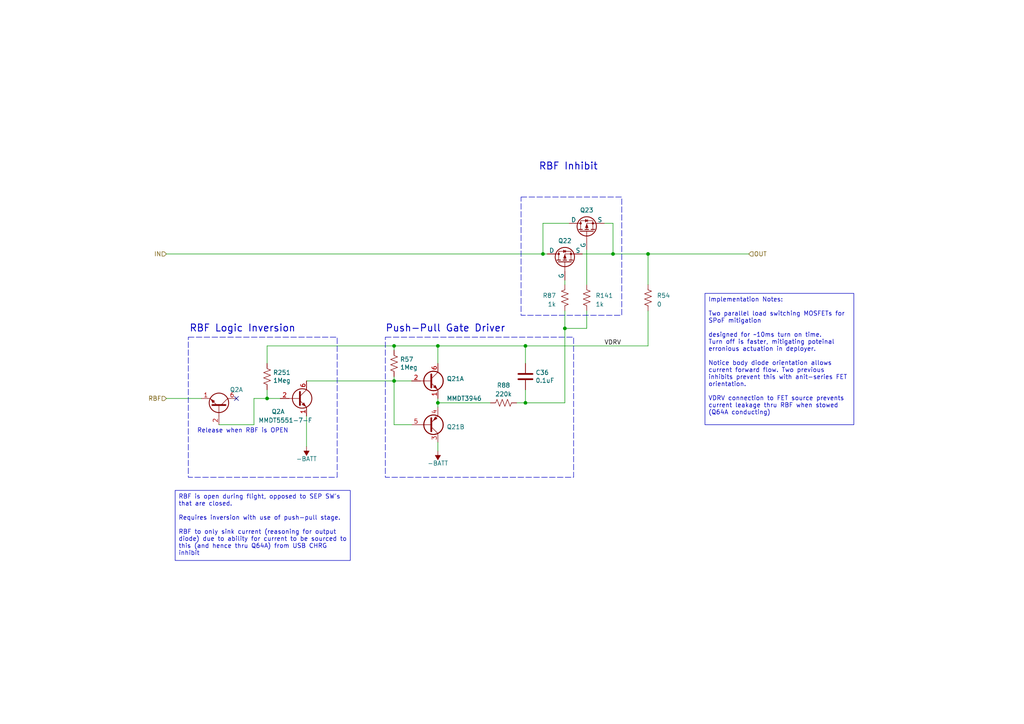
<source format=kicad_sch>
(kicad_sch (version 20230121) (generator eeschema)
  (paper "A4")
  (lib_symbols
    (symbol "Device:C" (pin_numbers hide) (pin_names (offset 0.254))
      (property "Reference" "C" (at 0.635 2.54 0))
      (property "Value" "C" (at 0.635 -2.54 0))
      (symbol "C_0_1"
        (polyline (pts (xy -2.032 -0.762) (xy 2.032 -0.762)) (stroke (width 0.508)))
        (polyline (pts (xy -2.032 0.762) (xy 2.032 0.762)) (stroke (width 0.508)))
      )
      (symbol "C_1_1"
        (pin passive line (at 0 3.81 270) (length 2.794) (name "~") (number "1"))
        (pin passive line (at 0 -3.81 90) (length 2.794) (name "~") (number "2"))
      )
    )
    (symbol "Device:R_US" (pin_numbers hide) (pin_names (offset 0))
      (property "Reference" "R" (at 2.54 0 90))
      (property "Value" "R_US" (at -2.54 0 90))
      (symbol "R_US_0_1"
        (polyline (pts (xy 0 -2.286) (xy 0 -2.54)))
        (polyline (pts (xy 0 2.286) (xy 0 2.54)))
        (polyline (pts (xy 0 -0.762) (xy 1.016 -1.143) (xy 0 -1.524) (xy -1.016 -1.905) (xy 0 -2.286)))
        (polyline (pts (xy 0 0.762) (xy 1.016 0.381) (xy 0 0) (xy -1.016 -0.381) (xy 0 -0.762)))
        (polyline (pts (xy 0 2.286) (xy 1.016 1.905) (xy 0 1.524) (xy -1.016 1.143) (xy 0 0.762)))
      )
      (symbol "R_US_1_1"
        (pin passive line (at 0 3.81 270) (length 1.27) (name "~") (number "1"))
        (pin passive line (at 0 -3.81 90) (length 1.27) (name "~") (number "2"))
      )
    )
    (symbol "SierraLobo:BSZ086" (pin_numbers hide) (pin_names (offset 0))
      (property "Reference" "Q" (at 3.556 0 0))
      (property "Value" "BSZ180P03NS3GATMA1" (at 13.716 -2.032 0))
      (symbol "BSZ086_0_1"
        (circle (center -0.889 0) (radius 2.794) (stroke (width 0.254)))
        (circle (center 0 -1.778) (radius 0.254) (fill (type outline)))
        (polyline (pts (xy -2.286 0) (xy -5.08 0)))
        (polyline (pts (xy -2.286 1.905) (xy -2.286 -1.905)) (stroke (width 0.254)))
        (polyline (pts (xy -1.778 -1.27) (xy -1.778 -2.286)) (stroke (width 0.254)))
        (polyline (pts (xy -1.778 0.508) (xy -1.778 -0.508)) (stroke (width 0.254)))
        (polyline (pts (xy -1.778 2.286) (xy -1.778 1.27)) (stroke (width 0.254)))
        (polyline (pts (xy 0 2.54) (xy 0 1.778)))
        (polyline (pts (xy 0 -2.54) (xy 0 0) (xy -1.778 0)))
        (polyline (pts (xy -1.778 -1.778) (xy 0.762 -1.778) (xy 0.762 1.778) (xy -1.778 1.778)))
        (polyline (pts (xy -0.254 0) (xy -1.27 -0.381) (xy -1.27 0.381) (xy -0.254 0)) (fill (type outline)))
        (polyline (pts (xy 1.143 -0.254) (xy 1.143 -0.254) (xy 0.381 -0.254) (xy 0.381 -0.254)))
        (circle (center 0 1.778) (radius 0.254) (fill (type outline)))
      )
      (symbol "BSZ086_1_1"
        (polyline (pts (xy 0.762 -0.254) (xy 1.143 0.381) (xy 0.381 0.381) (xy 0.762 -0.254)) (fill (type outline)))
        (pin passive line (at 0 -5.08 90) (length 2.54) (name "S") (number "1"))
        (pin input line (at -7.62 0 0) (length 2.54) (name "G") (number "4"))
        (pin passive line (at 0 5.08 270) (length 2.54) (name "D") (number "5"))
      )
    )
    (symbol "Transistor_BJT:MMDT3946" (pin_names (offset 0) hide)
      (property "Reference" "Q" (at 5.08 1.27 0))
      (property "Value" "MMDT3946" (at 5.08 -1.27 0))
      (symbol "MMDT3946_0_1"
        (polyline (pts (xy 0.635 0) (xy -2.54 0)))
        (circle (center 1.27 0) (radius 2.8194) (stroke (width 0.254)))
        (circle (center 1.27 0) (radius 2.8194) (stroke (width 0.254)))
      )
      (symbol "MMDT3946_1_1"
        (polyline (pts (xy 0.635 0.635) (xy 2.54 2.54)))
        (polyline (pts (xy 0.635 -0.635) (xy 2.54 -2.54) (xy 2.54 -2.54)))
        (polyline (pts (xy 0.635 1.905) (xy 0.635 -1.905) (xy 0.635 -1.905)) (stroke (width 0.508)))
        (polyline (pts (xy 1.27 -1.778) (xy 1.778 -1.27) (xy 2.286 -2.286) (xy 1.27 -1.778) (xy 1.27 -1.778)) (fill (type outline)))
        (pin passive line (at 2.54 -5.08 90) (length 2.54) (name "E1") (number "1"))
        (pin input line (at -5.08 0 0) (length 2.54) (name "B1") (number "2"))
        (pin passive line (at 2.54 5.08 270) (length 2.54) (name "C1") (number "6"))
      )
      (symbol "MMDT3946_2_1"
        (polyline (pts (xy 0.635 0.635) (xy 2.54 2.54)))
        (polyline (pts (xy 0.635 -0.635) (xy 2.54 -2.54) (xy 2.54 -2.54)))
        (polyline (pts (xy 0.635 1.905) (xy 0.635 -1.905) (xy 0.635 -1.905)) (stroke (width 0.508)))
        (polyline (pts (xy 2.286 -1.778) (xy 1.778 -2.286) (xy 1.27 -1.27) (xy 2.286 -1.778) (xy 2.286 -1.778)) (fill (type outline)))
        (pin passive line (at 2.54 5.08 270) (length 2.54) (name "C2") (number "3"))
        (pin passive line (at 2.54 -5.08 90) (length 2.54) (name "E2") (number "4"))
        (pin input line (at -5.08 0 0) (length 2.54) (name "B2") (number "5"))
      )
    )
    (symbol "Transistor_BJT:MMDT5551" (pin_names (offset 0) hide)
      (property "Reference" "Q" (at 5.08 1.27 0))
      (property "Value" "MMDT5551" (at 5.08 -1.27 0))
      (symbol "MMDT5551_0_1"
        (polyline (pts (xy 0.635 0) (xy -2.54 0)))
        (polyline (pts (xy 0.635 0.635) (xy 2.54 2.54)))
        (polyline (pts (xy 0.635 -0.635) (xy 2.54 -2.54) (xy 2.54 -2.54)))
        (polyline (pts (xy 0.635 1.905) (xy 0.635 -1.905) (xy 0.635 -1.905)) (stroke (width 0.508)))
        (polyline (pts (xy 1.27 -1.778) (xy 1.778 -1.27) (xy 2.286 -2.286) (xy 1.27 -1.778) (xy 1.27 -1.778)) (fill (type outline)))
        (circle (center 1.27 0) (radius 2.8194) (stroke (width 0.254)))
      )
      (symbol "MMDT5551_1_1"
        (pin passive line (at 2.54 -5.08 90) (length 2.54) (name "E1") (number "1"))
        (pin input line (at -5.08 0 0) (length 2.54) (name "B1") (number "2"))
        (pin passive line (at 2.54 5.08 270) (length 2.54) (name "C1") (number "6"))
      )
      (symbol "MMDT5551_2_1"
        (pin passive line (at 2.54 5.08 270) (length 2.54) (name "C2") (number "3"))
        (pin passive line (at 2.54 -5.08 90) (length 2.54) (name "E2") (number "4"))
        (pin input line (at -5.08 0 0) (length 2.54) (name "B2") (number "5"))
      )
    )
    (symbol "power:-BATT" (power) (pin_names (offset 0))
      (property "Value" "-BATT" (at 0 3.556 0))
      (symbol "-BATT_0_1"
        (polyline (pts (xy 0 0) (xy 0 2.54)))
        (polyline (pts (xy 0.762 1.27) (xy -0.762 1.27) (xy 0 2.54) (xy 0.762 1.27)) (fill (type outline)))
      )
      (symbol "-BATT_1_1"
        (pin power_in line (at 0 0 90) (length 0) hide (name "-BATT") (number "1"))
      )
    )
  )
  (junction (at 114.3 100.33))
  (junction (at 152.4 100.33))
  (junction (at 127 100.33))
  (junction (at 77.47 115.57))
  (junction (at 187.96 73.66))
  (junction (at 152.4 116.84))
  (junction (at 114.3 110.49))
  (junction (at 157.48 73.66))
  (junction (at 177.8 73.66))
  (junction (at 163.83 95.25))
  (junction (at 127 116.84))
  (no_connect (at 68.58 115.57))
  (wire (pts (xy 73.66 115.57) (xy 77.47 115.57)))
  (wire (pts (xy 127 128.27) (xy 127 130.81)))
  (wire (pts (xy 163.83 95.25) (xy 170.18 95.25)))
  (wire (pts (xy 114.3 110.49) (xy 114.3 123.19)))
  (wire (pts (xy 177.8 64.77) (xy 175.26 64.77)))
  (wire (pts (xy 149.86 116.84) (xy 152.4 116.84)))
  (wire (pts (xy 114.3 109.22) (xy 114.3 110.49)))
  (wire (pts (xy 88.9 120.65) (xy 88.9 129.54)))
  (wire (pts (xy 177.8 73.66) (xy 187.96 73.66)))
  (wire (pts (xy 163.83 95.25) (xy 163.83 116.84)))
  (wire (pts (xy 114.3 100.33) (xy 127 100.33)))
  (wire (pts (xy 157.48 64.77) (xy 165.1 64.77)))
  (wire (pts (xy 77.47 113.03) (xy 77.47 115.57)))
  (wire (pts (xy 163.83 116.84) (xy 152.4 116.84)))
  (wire (pts (xy 187.96 73.66) (xy 187.96 82.55)))
  (wire (pts (xy 77.47 105.41) (xy 77.47 100.33)))
  (wire (pts (xy 77.47 100.33) (xy 114.3 100.33)))
  (wire (pts (xy 187.96 100.33) (xy 187.96 90.17)))
  (wire (pts (xy 127 116.84) (xy 127 118.11)))
  (wire (pts (xy 114.3 100.33) (xy 114.3 101.6)))
  (wire (pts (xy 168.91 73.66) (xy 177.8 73.66)))
  (wire (pts (xy 48.26 115.57) (xy 58.42 115.57)))
  (wire (pts (xy 157.48 73.66) (xy 157.48 64.77)))
  (wire (pts (xy 114.3 123.19) (xy 119.38 123.19)))
  (wire (pts (xy 77.47 115.57) (xy 81.28 115.57)))
  (wire (pts (xy 152.4 100.33) (xy 152.4 105.41)))
  (wire (pts (xy 157.48 73.66) (xy 158.75 73.66)))
  (wire (pts (xy 142.24 116.84) (xy 127 116.84)))
  (wire (pts (xy 170.18 90.17) (xy 170.18 95.25)))
  (wire (pts (xy 73.66 123.19) (xy 73.66 115.57)))
  (wire (pts (xy 163.83 90.17) (xy 163.83 95.25)))
  (wire (pts (xy 152.4 113.03) (xy 152.4 116.84)))
  (wire (pts (xy 152.4 100.33) (xy 187.96 100.33)))
  (wire (pts (xy 187.96 73.66) (xy 217.17 73.66)))
  (wire (pts (xy 127 115.57) (xy 127 116.84)))
  (wire (pts (xy 63.5 123.19) (xy 73.66 123.19)))
  (wire (pts (xy 163.83 81.28) (xy 163.83 82.55)))
  (wire (pts (xy 170.18 82.55) (xy 170.18 72.39)))
  (wire (pts (xy 177.8 73.66) (xy 177.8 64.77)))
  (wire (pts (xy 127 100.33) (xy 127 105.41)))
  (wire (pts (xy 88.9 110.49) (xy 114.3 110.49)))
  (wire (pts (xy 48.26 73.66) (xy 157.48 73.66)))
  (wire (pts (xy 127 100.33) (xy 152.4 100.33)))
  (wire (pts (xy 119.38 110.49) (xy 114.3 110.49)))
  (rectangle (start 151.13 57.15) (end 180.34 91.44) (stroke (width 0) (type dash)))
  (rectangle (start 54.61 97.79) (end 97.79 138.43) (stroke (width 0) (type dash)))
  (rectangle (start 111.76 97.79) (end 166.37 138.43) (stroke (width 0) (type dash)))
  (text_box "Implementation Notes:\n\nTwo parallel load switching MOSFETs for SPoF mitigation\n\ndesigned for ~10ms turn on time. \nTurn off is faster, mitigating poteinal erronious actuation in deployer.\n\nNotice body diode orientation allows current forward flow. Two previous inhibits prevent this with anit-series FET orientation.\n\nVDRV connection to FET source prevents current leakage thru RBF when stowed (Q64A conducting)\n" (at 204.47 85.09 0) (size 43.18 38.1) (effects (font (size 1.27 1.27)) (justify left top)))
  (text_box "RBF is open during flight, opposed to SEP SW's that are closed.\n\nRequires inversion with use of push-pull stage.\n\nRBF to only sink current (reasoning for output diode) due to ability for current to be sourced to this (and hence thru Q64A) from USB CHRG inhibit" (at 50.8 142.24 0) (size 50.8 20.32) (effects (font (size 1.27 1.27)) (justify left top)))
  (text "RBF Inhibit" (at 156.21 49.53 0) (effects (font (size 2.032 2.032) (thickness 0.254) bold) (justify left bottom)))
  (text "Push-Pull Gate Driver" (at 111.76 96.52 0) (effects (font (size 2.032 2.032) (thickness 0.254) bold) (justify left bottom)))
  (text "Release when RBF is OPEN" (at 57.15 125.73 0) (effects (font (size 1.27 1.27)) (justify left bottom)))
  (text " RBF Logic Inversion" (at 53.34 96.52 0) (effects (font (size 2.032 2.032) (thickness 0.254) bold) (justify left bottom)))
  (label "VDRV" (at 175.26 100.33 0))
  (hierarchical_label "IN" (shape input) (at 48.26 73.66 180))
  (hierarchical_label "RBF" (shape input) (at 48.26 115.57 180))
  (hierarchical_label "OUT" (shape input) (at 217.17 73.66 0))
  (symbol (lib_id "Transistor_BJT:MMDT5551") (at 63.5 118.11 270) (mirror x) (unit 1)
    (property "Reference" "Q2" (at 68.58 113.03 90))
    (property "Value" "MMDT5551-7-F" (effects hide))
    (property "Footprint" "Package_TO_SOT_SMD:SOT-363_SC-70-6" (effects hide))
    (instances (project "mainboard" (path "" (reference "Q2") (unit 1)) (path "" (reference "Q64") (unit 2))))
  )
  (symbol (lib_id "Device:R_US") (at 146.05 116.84 90) (unit 1)
    (property "Reference" "R88" (at 146.05 111.76 90))
    (property "Value" "220k" (at 146.05 114.3 90))
    (property "Footprint" "Resistor_SMD:R_0402_1005Metric" (effects hide))
    (instances (project "mainboard" (path "" (reference "R88") (unit 1)) (path "" (reference "R276") (unit 1)) (path "" (reference "R252") (unit 1))))
  )
  (symbol (lib_id "Device:R_US") (at 187.96 86.36 180) (unit 1)
    (property "Reference" "R54" (at 190.5 85.725 0) (effects (justify right)))
    (property "Value" "0" (at 190.5 88.265 0) (effects (justify right)))
    (property "Footprint" "Resistor_SMD:R_0603_1608Metric" (effects hide))
    (instances (project "mainboard" (path "" (reference "R54") (unit 1)) (path "" (reference "R158") (unit 1)) (path "" (reference "R249") (unit 1))))
  )
  (symbol (lib_id "SierraLobo:BSZ086") (at 163.83 73.66 90) (unit 1)
    (property "Reference" "Q22" (at 163.83 69.85 90))
    (property "Value" "BSZ180" (effects hide))
    (property "Footprint" "SierraLobo:PG-TSDSON-8_3.3x3.3mm" (effects hide))
    (property "Mfr. Part No" "BSZ180P03NS3GATMA1" (effects hide))
    (instances (project "mainboard" (path "" (reference "Q22") (unit 1)) (path "" (reference "Q41") (unit 1)) (path "" (reference "Q62") (unit 1))))
  )
  (symbol (lib_id "Transistor_BJT:MMDT5551") (at 86.36 115.57 0) (unit 1)
    (property "Reference" "Q2" (at 78.74 119.38 0) (effects (justify left)))
    (property "Value" "MMDT5551-7-F" (at 74.93 121.92 0) (effects (justify left)))
    (property "Footprint" "Package_TO_SOT_SMD:SOT-363_SC-70-6" (effects hide))
    (instances (project "mainboard" (path "" (reference "Q2") (unit 1)) (path "" (reference "Q64") (unit 1))))
  )
  (symbol (lib_id "Transistor_BJT:MMDT3946") (at 124.46 123.19 0) (mirror x) (unit 2)
    (property "Reference" "Q21" (at 129.54 123.825 0) (effects (justify left)))
    (property "Value" "MMDT3946" (effects hide))
    (property "Footprint" "Package_TO_SOT_SMD:SOT-363_SC-70-6" (effects hide))
    (property "Datasheet" "http://www.diodes.com/_files/datasheets/ds30123.pdf" (effects hide))
    (property "Mfr. Part No" "MMDT3946-7-F" (effects hide))
    (instances (project "mainboard" (path "" (reference "Q21") (unit 2)) (path "" (reference "Q44") (unit 2)) (path "" (reference "Q63") (unit 2))))
  )
  (symbol (lib_id "Transistor_BJT:MMDT3946") (at 124.46 110.49 0) (unit 1)
    (property "Reference" "Q21" (at 129.54 109.855 0) (effects (justify left)))
    (property "Value" "MMDT3946" (at 129.54 115.57 0) (effects (justify left)))
    (property "Footprint" "Package_TO_SOT_SMD:SOT-363_SC-70-6" (effects hide))
    (property "Datasheet" "http://www.diodes.com/_files/datasheets/ds30123.pdf" (effects hide))
    (property "Mfr. Part No" "MMDT3946-7-F" (effects hide))
    (instances (project "mainboard" (path "" (reference "Q21") (unit 1)) (path "" (reference "Q44") (unit 1)) (path "" (reference "Q63") (unit 1))))
  )
  (symbol (lib_id "Device:R_US") (at 114.3 105.41 0) (unit 1)
    (property "Reference" "R57" (at 116.0272 104.2416 0) (effects (justify left)))
    (property "Value" "1Meg" (at 116.0272 106.553 0) (effects (justify left)))
    (property "Footprint" "Resistor_SMD:R_0402_1005Metric" (effects hide))
    (instances (project "mainboard" (path "" (reference "R57") (unit 1)) (path "" (reference "R159") (unit 1)) (path "" (reference "R250") (unit 1))))
  )
  (symbol (lib_id "Device:R_US") (at 170.18 86.36 180) (unit 1)
    (property "Reference" "R141" (at 172.72 85.725 0) (effects (justify right)))
    (property "Value" "1k" (at 172.72 88.265 0) (effects (justify right)))
    (property "Footprint" "Resistor_SMD:R_0402_1005Metric" (effects hide))
    (instances (project "mainboard" (path "" (reference "R141") (unit 1)) (path "" (reference "R154") (unit 1)) (path "" (reference "R248") (unit 1))))
  )
  (symbol (lib_id "SierraLobo:BSZ086") (at 170.18 64.77 90) (unit 1)
    (property "Reference" "Q23" (at 170.18 60.96 90))
    (property "Value" "BSZ180" (effects hide))
    (property "Footprint" "SierraLobo:PG-TSDSON-8_3.3x3.3mm" (effects hide))
    (property "Mfr. Part No" "BSZ180P03NS3GATMA1" (effects hide))
    (instances (project "mainboard" (path "" (reference "Q23") (unit 1)) (path "" (reference "Q40") (unit 1)) (path "" (reference "Q61") (unit 1))))
  )
  (symbol (lib_id "power:-BATT") (at 127 130.81 0) (mirror x) (unit 1)
    (property "Reference" "#PWR0101" (effects hide))
    (property "Value" "-BATT" (at 127 134.366 0))
    (instances (project "mainboard" (path "" (reference "#PWR0101") (unit 1)) (path "" (reference "#PWR0130") (unit 1)) (path "" (reference "#PWR0133") (unit 1)) (path "" (reference "#PWR0178") (unit 1))))
  )
  (symbol (lib_id "power:-BATT") (at 88.9 129.54 0) (mirror x) (unit 1)
    (property "Reference" "#PWR0101" (effects hide))
    (property "Value" "-BATT" (at 88.9 133.096 0))
    (instances (project "mainboard" (path "" (reference "#PWR0101") (unit 1)) (path "" (reference "#PWR0130") (unit 1)) (path "" (reference "#PWR0133") (unit 1)) (path "" (reference "#PWR053") (unit 1))))
  )
  (symbol (lib_id "Device:R_US") (at 163.83 86.36 0) (mirror x) (unit 1)
    (property "Reference" "R87" (at 161.29 85.725 0) (effects (justify right)))
    (property "Value" "1k" (at 161.29 88.265 0) (effects (justify right)))
    (property "Footprint" "Resistor_SMD:R_0402_1005Metric" (effects hide))
    (instances (project "mainboard" (path "" (reference "R87") (unit 1)) (path "" (reference "R142") (unit 1)) (path "" (reference "R247") (unit 1))))
  )
  (symbol (lib_id "Device:R_US") (at 77.47 109.22 0) (unit 1)
    (property "Reference" "R251" (at 79.1972 108.0516 0) (effects (justify left)))
    (property "Value" "1Meg" (at 79.1972 110.363 0) (effects (justify left)))
    (property "Footprint" "Resistor_SMD:R_0402_1005Metric" (effects hide))
  )
  (symbol (lib_id "Device:C") (at 152.4 109.22 0) (unit 1)
    (property "Reference" "C36" (at 155.321 108.0516 0) (effects (justify left)))
    (property "Value" "0.1uF" (at 155.321 110.363 0) (effects (justify left)))
    (property "Footprint" "Capacitor_SMD:C_0402_1005Metric" (effects hide))
    (instances (project "mainboard" (path "" (reference "C36") (unit 1)) (path "" (reference "C99") (unit 1)) (path "" (reference "C135") (unit 1)) (path "" (reference "C119") (unit 1))))
  )
)
</source>
